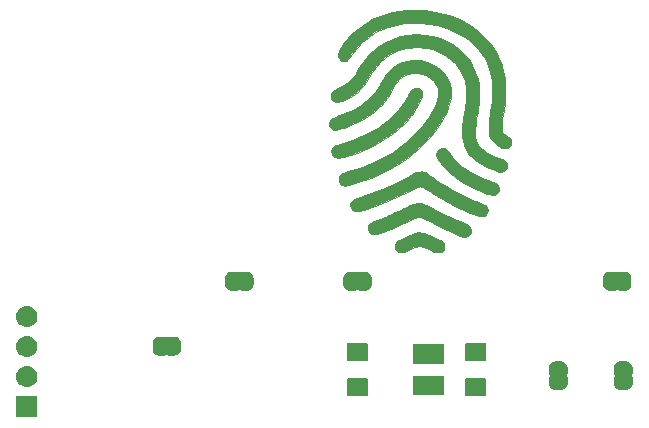
<source format=gbr>
G04 #@! TF.GenerationSoftware,KiCad,Pcbnew,5.1.4-e60b266~84~ubuntu19.04.1*
G04 #@! TF.CreationDate,2019-09-15T18:03:26+02:00*
G04 #@! TF.ProjectId,TouchSensorDev,546f7563-6853-4656-9e73-6f724465762e,rev?*
G04 #@! TF.SameCoordinates,Original*
G04 #@! TF.FileFunction,Soldermask,Top*
G04 #@! TF.FilePolarity,Negative*
%FSLAX46Y46*%
G04 Gerber Fmt 4.6, Leading zero omitted, Abs format (unit mm)*
G04 Created by KiCad (PCBNEW 5.1.4-e60b266~84~ubuntu19.04.1) date 2019-09-15 18:03:26*
%MOMM*%
%LPD*%
G04 APERTURE LIST*
%ADD10C,0.010000*%
%ADD11C,0.100000*%
G04 APERTURE END LIST*
D10*
G36*
X57241385Y-23060019D02*
G01*
X58039536Y-23176342D01*
X58838072Y-23366286D01*
X59231661Y-23487925D01*
X59947226Y-23763210D01*
X60621186Y-24096461D01*
X61247568Y-24482928D01*
X61820395Y-24917863D01*
X62333692Y-25396515D01*
X62781482Y-25914135D01*
X63157791Y-26465974D01*
X63301339Y-26722521D01*
X63514435Y-27184776D01*
X63703725Y-27705527D01*
X63860573Y-28259972D01*
X63907278Y-28462333D01*
X63938710Y-28615831D01*
X63962561Y-28758658D01*
X63979847Y-28906200D01*
X63991585Y-29073846D01*
X63998790Y-29276982D01*
X64002477Y-29530997D01*
X64003664Y-29851278D01*
X64003690Y-29922833D01*
X64003165Y-30249536D01*
X64000475Y-30511888D01*
X63993957Y-30730206D01*
X63981945Y-30924805D01*
X63962777Y-31115999D01*
X63934790Y-31324105D01*
X63896318Y-31569437D01*
X63845699Y-31872310D01*
X63842480Y-31891333D01*
X63777105Y-32292966D01*
X63731243Y-32621343D01*
X63706150Y-32885882D01*
X63703083Y-33096005D01*
X63723298Y-33261128D01*
X63768054Y-33390672D01*
X63838607Y-33494056D01*
X63936213Y-33580699D01*
X64062130Y-33660020D01*
X64079816Y-33669831D01*
X64265932Y-33783081D01*
X64387771Y-33888399D01*
X64462006Y-34002665D01*
X64491904Y-34087095D01*
X64513091Y-34299543D01*
X64460916Y-34486674D01*
X64344501Y-34634956D01*
X64172967Y-34730860D01*
X64039298Y-34758426D01*
X63918218Y-34761738D01*
X63805425Y-34741799D01*
X63671989Y-34690963D01*
X63535656Y-34625288D01*
X63216135Y-34420824D01*
X62949138Y-34160060D01*
X62747192Y-33855628D01*
X62722622Y-33805565D01*
X62676322Y-33700983D01*
X62644691Y-33606821D01*
X62624997Y-33503330D01*
X62614511Y-33370760D01*
X62610502Y-33189361D01*
X62610129Y-32992000D01*
X62613735Y-32750532D01*
X62625346Y-32528976D01*
X62647462Y-32303963D01*
X62682579Y-32052124D01*
X62733197Y-31750089D01*
X62757220Y-31616167D01*
X62808309Y-31328960D01*
X62845953Y-31095732D01*
X62872208Y-30893132D01*
X62889130Y-30697810D01*
X62898773Y-30486414D01*
X62903195Y-30235594D01*
X62904425Y-29944000D01*
X62903672Y-29632026D01*
X62899657Y-29386801D01*
X62891046Y-29190430D01*
X62876508Y-29025018D01*
X62854710Y-28872669D01*
X62824320Y-28715489D01*
X62807109Y-28636725D01*
X62659689Y-28072345D01*
X62481442Y-27573809D01*
X62263624Y-27125223D01*
X61997491Y-26710696D01*
X61674300Y-26314335D01*
X61342128Y-25974034D01*
X60818284Y-25530333D01*
X60241034Y-25145011D01*
X59618943Y-24819124D01*
X58960577Y-24553727D01*
X58274502Y-24349879D01*
X57569284Y-24208633D01*
X56853491Y-24131048D01*
X56135686Y-24118177D01*
X55424438Y-24171079D01*
X54728312Y-24290809D01*
X54055873Y-24478422D01*
X53415689Y-24734975D01*
X53008067Y-24946538D01*
X52436205Y-25319632D01*
X51909248Y-25759767D01*
X51423381Y-26270520D01*
X50976040Y-26853667D01*
X50839131Y-27046934D01*
X50735011Y-27180884D01*
X50651841Y-27268152D01*
X50577783Y-27321370D01*
X50510988Y-27349990D01*
X50321228Y-27372499D01*
X50142016Y-27323952D01*
X49991156Y-27217119D01*
X49886454Y-27064769D01*
X49845715Y-26879670D01*
X49845667Y-26872876D01*
X49870191Y-26744544D01*
X49937849Y-26566168D01*
X50039764Y-26354516D01*
X50167062Y-26126355D01*
X50310869Y-25898451D01*
X50462308Y-25687572D01*
X50495046Y-25646028D01*
X50985847Y-25101118D01*
X51532215Y-24616197D01*
X52128632Y-24192628D01*
X52769579Y-23831775D01*
X53449539Y-23535001D01*
X54162993Y-23303668D01*
X54904423Y-23139141D01*
X55668310Y-23042781D01*
X56449137Y-23015953D01*
X57241385Y-23060019D01*
X57241385Y-23060019D01*
G37*
X57241385Y-23060019D02*
X58039536Y-23176342D01*
X58838072Y-23366286D01*
X59231661Y-23487925D01*
X59947226Y-23763210D01*
X60621186Y-24096461D01*
X61247568Y-24482928D01*
X61820395Y-24917863D01*
X62333692Y-25396515D01*
X62781482Y-25914135D01*
X63157791Y-26465974D01*
X63301339Y-26722521D01*
X63514435Y-27184776D01*
X63703725Y-27705527D01*
X63860573Y-28259972D01*
X63907278Y-28462333D01*
X63938710Y-28615831D01*
X63962561Y-28758658D01*
X63979847Y-28906200D01*
X63991585Y-29073846D01*
X63998790Y-29276982D01*
X64002477Y-29530997D01*
X64003664Y-29851278D01*
X64003690Y-29922833D01*
X64003165Y-30249536D01*
X64000475Y-30511888D01*
X63993957Y-30730206D01*
X63981945Y-30924805D01*
X63962777Y-31115999D01*
X63934790Y-31324105D01*
X63896318Y-31569437D01*
X63845699Y-31872310D01*
X63842480Y-31891333D01*
X63777105Y-32292966D01*
X63731243Y-32621343D01*
X63706150Y-32885882D01*
X63703083Y-33096005D01*
X63723298Y-33261128D01*
X63768054Y-33390672D01*
X63838607Y-33494056D01*
X63936213Y-33580699D01*
X64062130Y-33660020D01*
X64079816Y-33669831D01*
X64265932Y-33783081D01*
X64387771Y-33888399D01*
X64462006Y-34002665D01*
X64491904Y-34087095D01*
X64513091Y-34299543D01*
X64460916Y-34486674D01*
X64344501Y-34634956D01*
X64172967Y-34730860D01*
X64039298Y-34758426D01*
X63918218Y-34761738D01*
X63805425Y-34741799D01*
X63671989Y-34690963D01*
X63535656Y-34625288D01*
X63216135Y-34420824D01*
X62949138Y-34160060D01*
X62747192Y-33855628D01*
X62722622Y-33805565D01*
X62676322Y-33700983D01*
X62644691Y-33606821D01*
X62624997Y-33503330D01*
X62614511Y-33370760D01*
X62610502Y-33189361D01*
X62610129Y-32992000D01*
X62613735Y-32750532D01*
X62625346Y-32528976D01*
X62647462Y-32303963D01*
X62682579Y-32052124D01*
X62733197Y-31750089D01*
X62757220Y-31616167D01*
X62808309Y-31328960D01*
X62845953Y-31095732D01*
X62872208Y-30893132D01*
X62889130Y-30697810D01*
X62898773Y-30486414D01*
X62903195Y-30235594D01*
X62904425Y-29944000D01*
X62903672Y-29632026D01*
X62899657Y-29386801D01*
X62891046Y-29190430D01*
X62876508Y-29025018D01*
X62854710Y-28872669D01*
X62824320Y-28715489D01*
X62807109Y-28636725D01*
X62659689Y-28072345D01*
X62481442Y-27573809D01*
X62263624Y-27125223D01*
X61997491Y-26710696D01*
X61674300Y-26314335D01*
X61342128Y-25974034D01*
X60818284Y-25530333D01*
X60241034Y-25145011D01*
X59618943Y-24819124D01*
X58960577Y-24553727D01*
X58274502Y-24349879D01*
X57569284Y-24208633D01*
X56853491Y-24131048D01*
X56135686Y-24118177D01*
X55424438Y-24171079D01*
X54728312Y-24290809D01*
X54055873Y-24478422D01*
X53415689Y-24734975D01*
X53008067Y-24946538D01*
X52436205Y-25319632D01*
X51909248Y-25759767D01*
X51423381Y-26270520D01*
X50976040Y-26853667D01*
X50839131Y-27046934D01*
X50735011Y-27180884D01*
X50651841Y-27268152D01*
X50577783Y-27321370D01*
X50510988Y-27349990D01*
X50321228Y-27372499D01*
X50142016Y-27323952D01*
X49991156Y-27217119D01*
X49886454Y-27064769D01*
X49845715Y-26879670D01*
X49845667Y-26872876D01*
X49870191Y-26744544D01*
X49937849Y-26566168D01*
X50039764Y-26354516D01*
X50167062Y-26126355D01*
X50310869Y-25898451D01*
X50462308Y-25687572D01*
X50495046Y-25646028D01*
X50985847Y-25101118D01*
X51532215Y-24616197D01*
X52128632Y-24192628D01*
X52769579Y-23831775D01*
X53449539Y-23535001D01*
X54162993Y-23303668D01*
X54904423Y-23139141D01*
X55668310Y-23042781D01*
X56449137Y-23015953D01*
X57241385Y-23060019D01*
G36*
X56675729Y-29672041D02*
G01*
X56842589Y-29779579D01*
X56954342Y-29941460D01*
X56999574Y-30146178D01*
X57000000Y-30169463D01*
X56974778Y-30316764D01*
X56903453Y-30518144D01*
X56792537Y-30761352D01*
X56648543Y-31034134D01*
X56477981Y-31324236D01*
X56287366Y-31619407D01*
X56083207Y-31907391D01*
X56059649Y-31938840D01*
X55590173Y-32496760D01*
X55046014Y-33026572D01*
X54433683Y-33524171D01*
X53759691Y-33985452D01*
X53030546Y-34406313D01*
X52252759Y-34782648D01*
X51432841Y-35110353D01*
X50605614Y-35377255D01*
X50322120Y-35456770D01*
X50106024Y-35512269D01*
X49944028Y-35545356D01*
X49822832Y-35557637D01*
X49729138Y-35550715D01*
X49649646Y-35526197D01*
X49594937Y-35499206D01*
X49435046Y-35368621D01*
X49335748Y-35197107D01*
X49302795Y-35004807D01*
X49341939Y-34811865D01*
X49378286Y-34740305D01*
X49452339Y-34642811D01*
X49551062Y-34565033D01*
X49690940Y-34498325D01*
X49888458Y-34434044D01*
X50039575Y-34393534D01*
X50560830Y-34242421D01*
X51115632Y-34049216D01*
X51672286Y-33825793D01*
X52195167Y-33585960D01*
X52736922Y-33305183D01*
X53213256Y-33025535D01*
X53642236Y-32734093D01*
X54041933Y-32417934D01*
X54430417Y-32064137D01*
X54694280Y-31798711D01*
X55009974Y-31451729D01*
X55279881Y-31110958D01*
X55524102Y-30748488D01*
X55762738Y-30336409D01*
X55807864Y-30252535D01*
X55943688Y-30010398D01*
X56059911Y-29837314D01*
X56167142Y-29723243D01*
X56275986Y-29658145D01*
X56397053Y-29631979D01*
X56465178Y-29630351D01*
X56675729Y-29672041D01*
X56675729Y-29672041D01*
G37*
X56675729Y-29672041D02*
X56842589Y-29779579D01*
X56954342Y-29941460D01*
X56999574Y-30146178D01*
X57000000Y-30169463D01*
X56974778Y-30316764D01*
X56903453Y-30518144D01*
X56792537Y-30761352D01*
X56648543Y-31034134D01*
X56477981Y-31324236D01*
X56287366Y-31619407D01*
X56083207Y-31907391D01*
X56059649Y-31938840D01*
X55590173Y-32496760D01*
X55046014Y-33026572D01*
X54433683Y-33524171D01*
X53759691Y-33985452D01*
X53030546Y-34406313D01*
X52252759Y-34782648D01*
X51432841Y-35110353D01*
X50605614Y-35377255D01*
X50322120Y-35456770D01*
X50106024Y-35512269D01*
X49944028Y-35545356D01*
X49822832Y-35557637D01*
X49729138Y-35550715D01*
X49649646Y-35526197D01*
X49594937Y-35499206D01*
X49435046Y-35368621D01*
X49335748Y-35197107D01*
X49302795Y-35004807D01*
X49341939Y-34811865D01*
X49378286Y-34740305D01*
X49452339Y-34642811D01*
X49551062Y-34565033D01*
X49690940Y-34498325D01*
X49888458Y-34434044D01*
X50039575Y-34393534D01*
X50560830Y-34242421D01*
X51115632Y-34049216D01*
X51672286Y-33825793D01*
X52195167Y-33585960D01*
X52736922Y-33305183D01*
X53213256Y-33025535D01*
X53642236Y-32734093D01*
X54041933Y-32417934D01*
X54430417Y-32064137D01*
X54694280Y-31798711D01*
X55009974Y-31451729D01*
X55279881Y-31110958D01*
X55524102Y-30748488D01*
X55762738Y-30336409D01*
X55807864Y-30252535D01*
X55943688Y-30010398D01*
X56059911Y-29837314D01*
X56167142Y-29723243D01*
X56275986Y-29658145D01*
X56397053Y-29631979D01*
X56465178Y-29630351D01*
X56675729Y-29672041D01*
G36*
X57233112Y-25143197D02*
G01*
X57889952Y-25258408D01*
X58519259Y-25447160D01*
X59114271Y-25706633D01*
X59668227Y-26034006D01*
X60174365Y-26426459D01*
X60511921Y-26754730D01*
X60911808Y-27234859D01*
X61237160Y-27742512D01*
X61495057Y-28290478D01*
X61690158Y-28882544D01*
X61728820Y-29032323D01*
X61757229Y-29165335D01*
X61776967Y-29299177D01*
X61789616Y-29451448D01*
X61796756Y-29639748D01*
X61799969Y-29881674D01*
X61800760Y-30113333D01*
X61800254Y-30390638D01*
X61796636Y-30617850D01*
X61787999Y-30815440D01*
X61772436Y-31003882D01*
X61748038Y-31203648D01*
X61712900Y-31435210D01*
X61665114Y-31719042D01*
X61635115Y-31891333D01*
X61575521Y-32241348D01*
X61531334Y-32527045D01*
X61500483Y-32766951D01*
X61480900Y-32979592D01*
X61470515Y-33183494D01*
X61467266Y-33394167D01*
X61468010Y-33624850D01*
X61473325Y-33791531D01*
X61486223Y-33914859D01*
X61509714Y-34015484D01*
X61546808Y-34114055D01*
X61584269Y-34196714D01*
X61714249Y-34443896D01*
X61855022Y-34638170D01*
X62031549Y-34810100D01*
X62180315Y-34926585D01*
X62492799Y-35132647D01*
X62844229Y-35315850D01*
X63253510Y-35485575D01*
X63446512Y-35554857D01*
X63704802Y-35651946D01*
X63891204Y-35743881D01*
X64017154Y-35840524D01*
X64094087Y-35951743D01*
X64133440Y-36087402D01*
X64141547Y-36154437D01*
X64124611Y-36370021D01*
X64038147Y-36546985D01*
X63888432Y-36674098D01*
X63837266Y-36698714D01*
X63747995Y-36732667D01*
X63668418Y-36749195D01*
X63580115Y-36745971D01*
X63464663Y-36720667D01*
X63303642Y-36670959D01*
X63117167Y-36607775D01*
X62621948Y-36416341D01*
X62159597Y-36195720D01*
X61741545Y-35952905D01*
X61379223Y-35694894D01*
X61084062Y-35428682D01*
X60959172Y-35287161D01*
X60760217Y-35011208D01*
X60601792Y-34725126D01*
X60482881Y-34420369D01*
X60402472Y-34088389D01*
X60359548Y-33720641D01*
X60353097Y-33308578D01*
X60382102Y-32843654D01*
X60445550Y-32317323D01*
X60538486Y-31743167D01*
X60593673Y-31425624D01*
X60634433Y-31169336D01*
X60662907Y-30952528D01*
X60681241Y-30753427D01*
X60691578Y-30550257D01*
X60696061Y-30321244D01*
X60696864Y-30134500D01*
X60696028Y-29862027D01*
X60691757Y-29655023D01*
X60682070Y-29494303D01*
X60664982Y-29360683D01*
X60638514Y-29234976D01*
X60600681Y-29097997D01*
X60584069Y-29042794D01*
X60376899Y-28500708D01*
X60102042Y-28007854D01*
X59762514Y-27566886D01*
X59361331Y-27180458D01*
X58901509Y-26851224D01*
X58386064Y-26581839D01*
X57818013Y-26374956D01*
X57444500Y-26280053D01*
X57125612Y-26231384D01*
X56756014Y-26207318D01*
X56365930Y-26207598D01*
X55985584Y-26231964D01*
X55645200Y-26280156D01*
X55568888Y-26296124D01*
X54969789Y-26472359D01*
X54413203Y-26718833D01*
X53903652Y-27032351D01*
X53445661Y-27409714D01*
X53043751Y-27847727D01*
X52724333Y-28306602D01*
X52447654Y-28754023D01*
X52197779Y-29133273D01*
X51966089Y-29453078D01*
X51743961Y-29722164D01*
X51522776Y-29949260D01*
X51293914Y-30143091D01*
X51048752Y-30312386D01*
X50778671Y-30465871D01*
X50475051Y-30612273D01*
X50424436Y-30634891D01*
X50119372Y-30755104D01*
X49869993Y-30819196D01*
X49669215Y-30827868D01*
X49509954Y-30781819D01*
X49436383Y-30732493D01*
X49291173Y-30564698D01*
X49224576Y-30375369D01*
X49229259Y-30218000D01*
X49290553Y-30053548D01*
X49413006Y-29912140D01*
X49604900Y-29786404D01*
X49824500Y-29688014D01*
X50020260Y-29605029D01*
X50221084Y-29509301D01*
X50386663Y-29420156D01*
X50400743Y-29411734D01*
X50629519Y-29243607D01*
X50872753Y-29013059D01*
X51115190Y-28736949D01*
X51341577Y-28432138D01*
X51472755Y-28226842D01*
X51754917Y-27769765D01*
X52016713Y-27380807D01*
X52267737Y-27048896D01*
X52517582Y-26762962D01*
X52775840Y-26511935D01*
X53052104Y-26284743D01*
X53321669Y-26093101D01*
X53911547Y-25739504D01*
X54506230Y-25467169D01*
X55116226Y-25272882D01*
X55752043Y-25153431D01*
X56424189Y-25105604D01*
X56555500Y-25104349D01*
X57233112Y-25143197D01*
X57233112Y-25143197D01*
G37*
X57233112Y-25143197D02*
X57889952Y-25258408D01*
X58519259Y-25447160D01*
X59114271Y-25706633D01*
X59668227Y-26034006D01*
X60174365Y-26426459D01*
X60511921Y-26754730D01*
X60911808Y-27234859D01*
X61237160Y-27742512D01*
X61495057Y-28290478D01*
X61690158Y-28882544D01*
X61728820Y-29032323D01*
X61757229Y-29165335D01*
X61776967Y-29299177D01*
X61789616Y-29451448D01*
X61796756Y-29639748D01*
X61799969Y-29881674D01*
X61800760Y-30113333D01*
X61800254Y-30390638D01*
X61796636Y-30617850D01*
X61787999Y-30815440D01*
X61772436Y-31003882D01*
X61748038Y-31203648D01*
X61712900Y-31435210D01*
X61665114Y-31719042D01*
X61635115Y-31891333D01*
X61575521Y-32241348D01*
X61531334Y-32527045D01*
X61500483Y-32766951D01*
X61480900Y-32979592D01*
X61470515Y-33183494D01*
X61467266Y-33394167D01*
X61468010Y-33624850D01*
X61473325Y-33791531D01*
X61486223Y-33914859D01*
X61509714Y-34015484D01*
X61546808Y-34114055D01*
X61584269Y-34196714D01*
X61714249Y-34443896D01*
X61855022Y-34638170D01*
X62031549Y-34810100D01*
X62180315Y-34926585D01*
X62492799Y-35132647D01*
X62844229Y-35315850D01*
X63253510Y-35485575D01*
X63446512Y-35554857D01*
X63704802Y-35651946D01*
X63891204Y-35743881D01*
X64017154Y-35840524D01*
X64094087Y-35951743D01*
X64133440Y-36087402D01*
X64141547Y-36154437D01*
X64124611Y-36370021D01*
X64038147Y-36546985D01*
X63888432Y-36674098D01*
X63837266Y-36698714D01*
X63747995Y-36732667D01*
X63668418Y-36749195D01*
X63580115Y-36745971D01*
X63464663Y-36720667D01*
X63303642Y-36670959D01*
X63117167Y-36607775D01*
X62621948Y-36416341D01*
X62159597Y-36195720D01*
X61741545Y-35952905D01*
X61379223Y-35694894D01*
X61084062Y-35428682D01*
X60959172Y-35287161D01*
X60760217Y-35011208D01*
X60601792Y-34725126D01*
X60482881Y-34420369D01*
X60402472Y-34088389D01*
X60359548Y-33720641D01*
X60353097Y-33308578D01*
X60382102Y-32843654D01*
X60445550Y-32317323D01*
X60538486Y-31743167D01*
X60593673Y-31425624D01*
X60634433Y-31169336D01*
X60662907Y-30952528D01*
X60681241Y-30753427D01*
X60691578Y-30550257D01*
X60696061Y-30321244D01*
X60696864Y-30134500D01*
X60696028Y-29862027D01*
X60691757Y-29655023D01*
X60682070Y-29494303D01*
X60664982Y-29360683D01*
X60638514Y-29234976D01*
X60600681Y-29097997D01*
X60584069Y-29042794D01*
X60376899Y-28500708D01*
X60102042Y-28007854D01*
X59762514Y-27566886D01*
X59361331Y-27180458D01*
X58901509Y-26851224D01*
X58386064Y-26581839D01*
X57818013Y-26374956D01*
X57444500Y-26280053D01*
X57125612Y-26231384D01*
X56756014Y-26207318D01*
X56365930Y-26207598D01*
X55985584Y-26231964D01*
X55645200Y-26280156D01*
X55568888Y-26296124D01*
X54969789Y-26472359D01*
X54413203Y-26718833D01*
X53903652Y-27032351D01*
X53445661Y-27409714D01*
X53043751Y-27847727D01*
X52724333Y-28306602D01*
X52447654Y-28754023D01*
X52197779Y-29133273D01*
X51966089Y-29453078D01*
X51743961Y-29722164D01*
X51522776Y-29949260D01*
X51293914Y-30143091D01*
X51048752Y-30312386D01*
X50778671Y-30465871D01*
X50475051Y-30612273D01*
X50424436Y-30634891D01*
X50119372Y-30755104D01*
X49869993Y-30819196D01*
X49669215Y-30827868D01*
X49509954Y-30781819D01*
X49436383Y-30732493D01*
X49291173Y-30564698D01*
X49224576Y-30375369D01*
X49229259Y-30218000D01*
X49290553Y-30053548D01*
X49413006Y-29912140D01*
X49604900Y-29786404D01*
X49824500Y-29688014D01*
X50020260Y-29605029D01*
X50221084Y-29509301D01*
X50386663Y-29420156D01*
X50400743Y-29411734D01*
X50629519Y-29243607D01*
X50872753Y-29013059D01*
X51115190Y-28736949D01*
X51341577Y-28432138D01*
X51472755Y-28226842D01*
X51754917Y-27769765D01*
X52016713Y-27380807D01*
X52267737Y-27048896D01*
X52517582Y-26762962D01*
X52775840Y-26511935D01*
X53052104Y-26284743D01*
X53321669Y-26093101D01*
X53911547Y-25739504D01*
X54506230Y-25467169D01*
X55116226Y-25272882D01*
X55752043Y-25153431D01*
X56424189Y-25105604D01*
X56555500Y-25104349D01*
X57233112Y-25143197D01*
G36*
X56911614Y-27305074D02*
G01*
X57395303Y-27413514D01*
X57841813Y-27596498D01*
X58255725Y-27855870D01*
X58613310Y-28165162D01*
X58795946Y-28353206D01*
X58931591Y-28513743D01*
X59039326Y-28672209D01*
X59138232Y-28854037D01*
X59153862Y-28885667D01*
X59329060Y-29317297D01*
X59425032Y-29738583D01*
X59444296Y-30161232D01*
X59441030Y-30220960D01*
X59413923Y-30492307D01*
X59366707Y-30746343D01*
X59293293Y-31002901D01*
X59187589Y-31281816D01*
X59043506Y-31602922D01*
X58969712Y-31755892D01*
X58540322Y-32540591D01*
X58042515Y-33280526D01*
X57474188Y-33978191D01*
X56833239Y-34636082D01*
X56117567Y-35256693D01*
X55835833Y-35475541D01*
X55125927Y-35969058D01*
X54349218Y-36431124D01*
X53519903Y-36854938D01*
X52652179Y-37233699D01*
X51760243Y-37560605D01*
X51007356Y-37788878D01*
X50790535Y-37847893D01*
X50638149Y-37887151D01*
X50533020Y-37909412D01*
X50457964Y-37917435D01*
X50395802Y-37913979D01*
X50329352Y-37901804D01*
X50318501Y-37899512D01*
X50134100Y-37821066D01*
X49996642Y-37684708D01*
X49916692Y-37508979D01*
X49904817Y-37312419D01*
X49927368Y-37213151D01*
X49974298Y-37102473D01*
X50041895Y-37012750D01*
X50142887Y-36936229D01*
X50290000Y-36865155D01*
X50495960Y-36791774D01*
X50740132Y-36717935D01*
X51748173Y-36392289D01*
X52697268Y-36015618D01*
X53585628Y-35589281D01*
X54411464Y-35114639D01*
X55172988Y-34593050D01*
X55868412Y-34025876D01*
X56495947Y-33414476D01*
X57053804Y-32760209D01*
X57540196Y-32064437D01*
X57953333Y-31328518D01*
X58026746Y-31177201D01*
X58202823Y-30746476D01*
X58304733Y-30353198D01*
X58332337Y-29993715D01*
X58285493Y-29664380D01*
X58164059Y-29361542D01*
X57967896Y-29081553D01*
X57944733Y-29055303D01*
X57639562Y-28775551D01*
X57295540Y-28565377D01*
X56923432Y-28426929D01*
X56534002Y-28362353D01*
X56138016Y-28373796D01*
X55746239Y-28463405D01*
X55494601Y-28566701D01*
X55239872Y-28715326D01*
X55016438Y-28901115D01*
X54813198Y-29136479D01*
X54619052Y-29433828D01*
X54467980Y-29714405D01*
X54235085Y-30146156D01*
X53999157Y-30516154D01*
X53744763Y-30846397D01*
X53456471Y-31158888D01*
X53450575Y-31164786D01*
X52949366Y-31612756D01*
X52378670Y-32027625D01*
X51749312Y-32403094D01*
X51072115Y-32732865D01*
X50357904Y-33010639D01*
X50173244Y-33071729D01*
X49910995Y-33149503D01*
X49710314Y-33192246D01*
X49555586Y-33199734D01*
X49431200Y-33171746D01*
X49321541Y-33108058D01*
X49262961Y-33058753D01*
X49171502Y-32967591D01*
X49124347Y-32887713D01*
X49107001Y-32783900D01*
X49104833Y-32674500D01*
X49109844Y-32531041D01*
X49134056Y-32437422D01*
X49191238Y-32358989D01*
X49254389Y-32298103D01*
X49412934Y-32189201D01*
X49644006Y-32089026D01*
X49770328Y-32046813D01*
X50476317Y-31794751D01*
X51124078Y-31497952D01*
X51710209Y-31158980D01*
X52231310Y-30780396D01*
X52683979Y-30364760D01*
X53064817Y-29914636D01*
X53370423Y-29432585D01*
X53450602Y-29274454D01*
X53714491Y-28786554D01*
X54005075Y-28374842D01*
X54327395Y-28033653D01*
X54686492Y-27757325D01*
X54924245Y-27618980D01*
X55311626Y-27444986D01*
X55694562Y-27333831D01*
X56102077Y-27278574D01*
X56386167Y-27269337D01*
X56911614Y-27305074D01*
X56911614Y-27305074D01*
G37*
X56911614Y-27305074D02*
X57395303Y-27413514D01*
X57841813Y-27596498D01*
X58255725Y-27855870D01*
X58613310Y-28165162D01*
X58795946Y-28353206D01*
X58931591Y-28513743D01*
X59039326Y-28672209D01*
X59138232Y-28854037D01*
X59153862Y-28885667D01*
X59329060Y-29317297D01*
X59425032Y-29738583D01*
X59444296Y-30161232D01*
X59441030Y-30220960D01*
X59413923Y-30492307D01*
X59366707Y-30746343D01*
X59293293Y-31002901D01*
X59187589Y-31281816D01*
X59043506Y-31602922D01*
X58969712Y-31755892D01*
X58540322Y-32540591D01*
X58042515Y-33280526D01*
X57474188Y-33978191D01*
X56833239Y-34636082D01*
X56117567Y-35256693D01*
X55835833Y-35475541D01*
X55125927Y-35969058D01*
X54349218Y-36431124D01*
X53519903Y-36854938D01*
X52652179Y-37233699D01*
X51760243Y-37560605D01*
X51007356Y-37788878D01*
X50790535Y-37847893D01*
X50638149Y-37887151D01*
X50533020Y-37909412D01*
X50457964Y-37917435D01*
X50395802Y-37913979D01*
X50329352Y-37901804D01*
X50318501Y-37899512D01*
X50134100Y-37821066D01*
X49996642Y-37684708D01*
X49916692Y-37508979D01*
X49904817Y-37312419D01*
X49927368Y-37213151D01*
X49974298Y-37102473D01*
X50041895Y-37012750D01*
X50142887Y-36936229D01*
X50290000Y-36865155D01*
X50495960Y-36791774D01*
X50740132Y-36717935D01*
X51748173Y-36392289D01*
X52697268Y-36015618D01*
X53585628Y-35589281D01*
X54411464Y-35114639D01*
X55172988Y-34593050D01*
X55868412Y-34025876D01*
X56495947Y-33414476D01*
X57053804Y-32760209D01*
X57540196Y-32064437D01*
X57953333Y-31328518D01*
X58026746Y-31177201D01*
X58202823Y-30746476D01*
X58304733Y-30353198D01*
X58332337Y-29993715D01*
X58285493Y-29664380D01*
X58164059Y-29361542D01*
X57967896Y-29081553D01*
X57944733Y-29055303D01*
X57639562Y-28775551D01*
X57295540Y-28565377D01*
X56923432Y-28426929D01*
X56534002Y-28362353D01*
X56138016Y-28373796D01*
X55746239Y-28463405D01*
X55494601Y-28566701D01*
X55239872Y-28715326D01*
X55016438Y-28901115D01*
X54813198Y-29136479D01*
X54619052Y-29433828D01*
X54467980Y-29714405D01*
X54235085Y-30146156D01*
X53999157Y-30516154D01*
X53744763Y-30846397D01*
X53456471Y-31158888D01*
X53450575Y-31164786D01*
X52949366Y-31612756D01*
X52378670Y-32027625D01*
X51749312Y-32403094D01*
X51072115Y-32732865D01*
X50357904Y-33010639D01*
X50173244Y-33071729D01*
X49910995Y-33149503D01*
X49710314Y-33192246D01*
X49555586Y-33199734D01*
X49431200Y-33171746D01*
X49321541Y-33108058D01*
X49262961Y-33058753D01*
X49171502Y-32967591D01*
X49124347Y-32887713D01*
X49107001Y-32783900D01*
X49104833Y-32674500D01*
X49109844Y-32531041D01*
X49134056Y-32437422D01*
X49191238Y-32358989D01*
X49254389Y-32298103D01*
X49412934Y-32189201D01*
X49644006Y-32089026D01*
X49770328Y-32046813D01*
X50476317Y-31794751D01*
X51124078Y-31497952D01*
X51710209Y-31158980D01*
X52231310Y-30780396D01*
X52683979Y-30364760D01*
X53064817Y-29914636D01*
X53370423Y-29432585D01*
X53450602Y-29274454D01*
X53714491Y-28786554D01*
X54005075Y-28374842D01*
X54327395Y-28033653D01*
X54686492Y-27757325D01*
X54924245Y-27618980D01*
X55311626Y-27444986D01*
X55694562Y-27333831D01*
X56102077Y-27278574D01*
X56386167Y-27269337D01*
X56911614Y-27305074D01*
G36*
X58864310Y-34746068D02*
G01*
X58991701Y-34806792D01*
X59118270Y-34920443D01*
X59257132Y-35097350D01*
X59331661Y-35207243D01*
X59597363Y-35568048D01*
X59907227Y-35904971D01*
X60266930Y-36221712D01*
X60682151Y-36521969D01*
X61158567Y-36809444D01*
X61701856Y-37087836D01*
X62317696Y-37360845D01*
X63011765Y-37632171D01*
X63106128Y-37666817D01*
X63305948Y-37774538D01*
X63440208Y-37921722D01*
X63503515Y-38096929D01*
X63490477Y-38288719D01*
X63449616Y-38395510D01*
X63346181Y-38559748D01*
X63222057Y-38664759D01*
X63066336Y-38712908D01*
X62868110Y-38706558D01*
X62616470Y-38648072D01*
X62482167Y-38605125D01*
X61717376Y-38315965D01*
X61006622Y-37987385D01*
X60355218Y-37622727D01*
X59768483Y-37225330D01*
X59251730Y-36798533D01*
X58810277Y-36345676D01*
X58725758Y-36245286D01*
X58496674Y-35951476D01*
X58330368Y-35704930D01*
X58223601Y-35499906D01*
X58173132Y-35330659D01*
X58168018Y-35256661D01*
X58209986Y-35047573D01*
X58318660Y-34883121D01*
X58483445Y-34773399D01*
X58693748Y-34728497D01*
X58722981Y-34727945D01*
X58864310Y-34746068D01*
X58864310Y-34746068D01*
G37*
X58864310Y-34746068D02*
X58991701Y-34806792D01*
X59118270Y-34920443D01*
X59257132Y-35097350D01*
X59331661Y-35207243D01*
X59597363Y-35568048D01*
X59907227Y-35904971D01*
X60266930Y-36221712D01*
X60682151Y-36521969D01*
X61158567Y-36809444D01*
X61701856Y-37087836D01*
X62317696Y-37360845D01*
X63011765Y-37632171D01*
X63106128Y-37666817D01*
X63305948Y-37774538D01*
X63440208Y-37921722D01*
X63503515Y-38096929D01*
X63490477Y-38288719D01*
X63449616Y-38395510D01*
X63346181Y-38559748D01*
X63222057Y-38664759D01*
X63066336Y-38712908D01*
X62868110Y-38706558D01*
X62616470Y-38648072D01*
X62482167Y-38605125D01*
X61717376Y-38315965D01*
X61006622Y-37987385D01*
X60355218Y-37622727D01*
X59768483Y-37225330D01*
X59251730Y-36798533D01*
X58810277Y-36345676D01*
X58725758Y-36245286D01*
X58496674Y-35951476D01*
X58330368Y-35704930D01*
X58223601Y-35499906D01*
X58173132Y-35330659D01*
X58168018Y-35256661D01*
X58209986Y-35047573D01*
X58318660Y-34883121D01*
X58483445Y-34773399D01*
X58693748Y-34728497D01*
X58722981Y-34727945D01*
X58864310Y-34746068D01*
G36*
X57026001Y-36724022D02*
G01*
X57147707Y-36748494D01*
X57275433Y-36797358D01*
X57422077Y-36877222D01*
X57600535Y-36994695D01*
X57823705Y-37156385D01*
X57972110Y-37268021D01*
X58192299Y-37431591D01*
X58432759Y-37604618D01*
X58664704Y-37766686D01*
X58859347Y-37897384D01*
X58862667Y-37899540D01*
X59124774Y-38059266D01*
X59449535Y-38240502D01*
X59820329Y-38435027D01*
X60220533Y-38634623D01*
X60633525Y-38831070D01*
X61042685Y-39016150D01*
X61431389Y-39181642D01*
X61562590Y-39234633D01*
X61811049Y-39336650D01*
X62033027Y-39434074D01*
X62214649Y-39520371D01*
X62342040Y-39589002D01*
X62395987Y-39627200D01*
X62504729Y-39790517D01*
X62542339Y-39977431D01*
X62509978Y-40167463D01*
X62408806Y-40340138D01*
X62352382Y-40397099D01*
X62262829Y-40465617D01*
X62169780Y-40509622D01*
X62062483Y-40527509D01*
X61930187Y-40517674D01*
X61762142Y-40478514D01*
X61547598Y-40408422D01*
X61275802Y-40305796D01*
X61000500Y-40195357D01*
X60266953Y-39882880D01*
X59597921Y-39567601D01*
X58973600Y-39239061D01*
X58374185Y-38886799D01*
X57779870Y-38500356D01*
X57740833Y-38473729D01*
X57494497Y-38306688D01*
X57304520Y-38182617D01*
X57158389Y-38095247D01*
X57043587Y-38038305D01*
X56947602Y-38005523D01*
X56857916Y-37990628D01*
X56770095Y-37987333D01*
X56669227Y-37995734D01*
X56557361Y-38025305D01*
X56417380Y-38082602D01*
X56232165Y-38174180D01*
X56101243Y-38243451D01*
X55321332Y-38646048D01*
X54568711Y-38999724D01*
X53813087Y-39317627D01*
X53024168Y-39612904D01*
X52643700Y-39744095D01*
X52275424Y-39866806D01*
X51977355Y-39961938D01*
X51739996Y-40030476D01*
X51553850Y-40073401D01*
X51409420Y-40091698D01*
X51297208Y-40086349D01*
X51207719Y-40058337D01*
X51131455Y-40008646D01*
X51058919Y-39938259D01*
X51034234Y-39910715D01*
X50950769Y-39798995D01*
X50912600Y-39688323D01*
X50904000Y-39547960D01*
X50911649Y-39421908D01*
X50940667Y-39317084D01*
X51000160Y-39227064D01*
X51099236Y-39145425D01*
X51247000Y-39065740D01*
X51452558Y-38981585D01*
X51725018Y-38886536D01*
X51941167Y-38816233D01*
X52921669Y-38478850D01*
X53843144Y-38111221D01*
X54728795Y-37703262D01*
X55601826Y-37244888D01*
X55755272Y-37158606D01*
X56046959Y-36997418D01*
X56282646Y-36878528D01*
X56476289Y-36796544D01*
X56641846Y-36746074D01*
X56793272Y-36721724D01*
X56897420Y-36717333D01*
X57026001Y-36724022D01*
X57026001Y-36724022D01*
G37*
X57026001Y-36724022D02*
X57147707Y-36748494D01*
X57275433Y-36797358D01*
X57422077Y-36877222D01*
X57600535Y-36994695D01*
X57823705Y-37156385D01*
X57972110Y-37268021D01*
X58192299Y-37431591D01*
X58432759Y-37604618D01*
X58664704Y-37766686D01*
X58859347Y-37897384D01*
X58862667Y-37899540D01*
X59124774Y-38059266D01*
X59449535Y-38240502D01*
X59820329Y-38435027D01*
X60220533Y-38634623D01*
X60633525Y-38831070D01*
X61042685Y-39016150D01*
X61431389Y-39181642D01*
X61562590Y-39234633D01*
X61811049Y-39336650D01*
X62033027Y-39434074D01*
X62214649Y-39520371D01*
X62342040Y-39589002D01*
X62395987Y-39627200D01*
X62504729Y-39790517D01*
X62542339Y-39977431D01*
X62509978Y-40167463D01*
X62408806Y-40340138D01*
X62352382Y-40397099D01*
X62262829Y-40465617D01*
X62169780Y-40509622D01*
X62062483Y-40527509D01*
X61930187Y-40517674D01*
X61762142Y-40478514D01*
X61547598Y-40408422D01*
X61275802Y-40305796D01*
X61000500Y-40195357D01*
X60266953Y-39882880D01*
X59597921Y-39567601D01*
X58973600Y-39239061D01*
X58374185Y-38886799D01*
X57779870Y-38500356D01*
X57740833Y-38473729D01*
X57494497Y-38306688D01*
X57304520Y-38182617D01*
X57158389Y-38095247D01*
X57043587Y-38038305D01*
X56947602Y-38005523D01*
X56857916Y-37990628D01*
X56770095Y-37987333D01*
X56669227Y-37995734D01*
X56557361Y-38025305D01*
X56417380Y-38082602D01*
X56232165Y-38174180D01*
X56101243Y-38243451D01*
X55321332Y-38646048D01*
X54568711Y-38999724D01*
X53813087Y-39317627D01*
X53024168Y-39612904D01*
X52643700Y-39744095D01*
X52275424Y-39866806D01*
X51977355Y-39961938D01*
X51739996Y-40030476D01*
X51553850Y-40073401D01*
X51409420Y-40091698D01*
X51297208Y-40086349D01*
X51207719Y-40058337D01*
X51131455Y-40008646D01*
X51058919Y-39938259D01*
X51034234Y-39910715D01*
X50950769Y-39798995D01*
X50912600Y-39688323D01*
X50904000Y-39547960D01*
X50911649Y-39421908D01*
X50940667Y-39317084D01*
X51000160Y-39227064D01*
X51099236Y-39145425D01*
X51247000Y-39065740D01*
X51452558Y-38981585D01*
X51725018Y-38886536D01*
X51941167Y-38816233D01*
X52921669Y-38478850D01*
X53843144Y-38111221D01*
X54728795Y-37703262D01*
X55601826Y-37244888D01*
X55755272Y-37158606D01*
X56046959Y-36997418D01*
X56282646Y-36878528D01*
X56476289Y-36796544D01*
X56641846Y-36746074D01*
X56793272Y-36721724D01*
X56897420Y-36717333D01*
X57026001Y-36724022D01*
G36*
X56835445Y-39373417D02*
G01*
X56965095Y-39404079D01*
X57091057Y-39447389D01*
X57275973Y-39525853D01*
X57505243Y-39632688D01*
X57764270Y-39761111D01*
X58016362Y-39892526D01*
X58602441Y-40199332D01*
X59141482Y-40468380D01*
X59655842Y-40710420D01*
X60167876Y-40936203D01*
X60323167Y-41001869D01*
X60563498Y-41104839D01*
X60738226Y-41186919D01*
X60861042Y-41256906D01*
X60945634Y-41323595D01*
X61005692Y-41395782D01*
X61047167Y-41467048D01*
X61099457Y-41653402D01*
X61079638Y-41846098D01*
X60995156Y-42022517D01*
X60853461Y-42160038D01*
X60810660Y-42185326D01*
X60679762Y-42239785D01*
X60552267Y-42253916D01*
X60403514Y-42226317D01*
X60208838Y-42155584D01*
X60196167Y-42150356D01*
X59639237Y-41911074D01*
X59050595Y-41641218D01*
X58416379Y-41334296D01*
X57917211Y-41083391D01*
X57621704Y-40933113D01*
X57390397Y-40817026D01*
X57212119Y-40730742D01*
X57075703Y-40669877D01*
X56969979Y-40630045D01*
X56883778Y-40606860D01*
X56805930Y-40595938D01*
X56725267Y-40592892D01*
X56668377Y-40593040D01*
X56536098Y-40597712D01*
X56423304Y-40614129D01*
X56307152Y-40649400D01*
X56164797Y-40710634D01*
X55973397Y-40804942D01*
X55951002Y-40816302D01*
X55657183Y-40961224D01*
X55335288Y-41112452D01*
X54995837Y-41265707D01*
X54649351Y-41416711D01*
X54306350Y-41561184D01*
X53977354Y-41694849D01*
X53672883Y-41813425D01*
X53403457Y-41912634D01*
X53179596Y-41988198D01*
X53011821Y-42035837D01*
X52914483Y-42051333D01*
X52732527Y-42012093D01*
X52573180Y-41906397D01*
X52453634Y-41752284D01*
X52391082Y-41567790D01*
X52385825Y-41496677D01*
X52410751Y-41326345D01*
X52491704Y-41184609D01*
X52637362Y-41062360D01*
X52856404Y-40950488D01*
X52937347Y-40917734D01*
X53137807Y-40840038D01*
X53378938Y-40746429D01*
X53622525Y-40651749D01*
X53740333Y-40605906D01*
X53905420Y-40537857D01*
X54129627Y-40439969D01*
X54396150Y-40319875D01*
X54688187Y-40185207D01*
X54988934Y-40043597D01*
X55179667Y-39952150D01*
X55463417Y-39817391D01*
X55736953Y-39691819D01*
X55986536Y-39581409D01*
X56198430Y-39492139D01*
X56358896Y-39429983D01*
X56439083Y-39404281D01*
X56595847Y-39368673D01*
X56713933Y-39358391D01*
X56835445Y-39373417D01*
X56835445Y-39373417D01*
G37*
X56835445Y-39373417D02*
X56965095Y-39404079D01*
X57091057Y-39447389D01*
X57275973Y-39525853D01*
X57505243Y-39632688D01*
X57764270Y-39761111D01*
X58016362Y-39892526D01*
X58602441Y-40199332D01*
X59141482Y-40468380D01*
X59655842Y-40710420D01*
X60167876Y-40936203D01*
X60323167Y-41001869D01*
X60563498Y-41104839D01*
X60738226Y-41186919D01*
X60861042Y-41256906D01*
X60945634Y-41323595D01*
X61005692Y-41395782D01*
X61047167Y-41467048D01*
X61099457Y-41653402D01*
X61079638Y-41846098D01*
X60995156Y-42022517D01*
X60853461Y-42160038D01*
X60810660Y-42185326D01*
X60679762Y-42239785D01*
X60552267Y-42253916D01*
X60403514Y-42226317D01*
X60208838Y-42155584D01*
X60196167Y-42150356D01*
X59639237Y-41911074D01*
X59050595Y-41641218D01*
X58416379Y-41334296D01*
X57917211Y-41083391D01*
X57621704Y-40933113D01*
X57390397Y-40817026D01*
X57212119Y-40730742D01*
X57075703Y-40669877D01*
X56969979Y-40630045D01*
X56883778Y-40606860D01*
X56805930Y-40595938D01*
X56725267Y-40592892D01*
X56668377Y-40593040D01*
X56536098Y-40597712D01*
X56423304Y-40614129D01*
X56307152Y-40649400D01*
X56164797Y-40710634D01*
X55973397Y-40804942D01*
X55951002Y-40816302D01*
X55657183Y-40961224D01*
X55335288Y-41112452D01*
X54995837Y-41265707D01*
X54649351Y-41416711D01*
X54306350Y-41561184D01*
X53977354Y-41694849D01*
X53672883Y-41813425D01*
X53403457Y-41912634D01*
X53179596Y-41988198D01*
X53011821Y-42035837D01*
X52914483Y-42051333D01*
X52732527Y-42012093D01*
X52573180Y-41906397D01*
X52453634Y-41752284D01*
X52391082Y-41567790D01*
X52385825Y-41496677D01*
X52410751Y-41326345D01*
X52491704Y-41184609D01*
X52637362Y-41062360D01*
X52856404Y-40950488D01*
X52937347Y-40917734D01*
X53137807Y-40840038D01*
X53378938Y-40746429D01*
X53622525Y-40651749D01*
X53740333Y-40605906D01*
X53905420Y-40537857D01*
X54129627Y-40439969D01*
X54396150Y-40319875D01*
X54688187Y-40185207D01*
X54988934Y-40043597D01*
X55179667Y-39952150D01*
X55463417Y-39817391D01*
X55736953Y-39691819D01*
X55986536Y-39581409D01*
X56198430Y-39492139D01*
X56358896Y-39429983D01*
X56439083Y-39404281D01*
X56595847Y-39368673D01*
X56713933Y-39358391D01*
X56835445Y-39373417D01*
G36*
X56790528Y-41874909D02*
G01*
X56890846Y-41885575D01*
X56999903Y-41909029D01*
X57130303Y-41949375D01*
X57294655Y-42010716D01*
X57505562Y-42097153D01*
X57775633Y-42212791D01*
X57910167Y-42271241D01*
X58216087Y-42408556D01*
X58450789Y-42525164D01*
X58623033Y-42628134D01*
X58741579Y-42724537D01*
X58815190Y-42821441D01*
X58852627Y-42925916D01*
X58862667Y-43039836D01*
X58824502Y-43243812D01*
X58711753Y-43408874D01*
X58564698Y-43512679D01*
X58451772Y-43557589D01*
X58330873Y-43573208D01*
X58188440Y-43556889D01*
X58010916Y-43505981D01*
X57784740Y-43417835D01*
X57550333Y-43314488D01*
X57265948Y-43188828D01*
X57037481Y-43101941D01*
X56845605Y-43053781D01*
X56670993Y-43044305D01*
X56494320Y-43073468D01*
X56296259Y-43141226D01*
X56057483Y-43247534D01*
X55925806Y-43310750D01*
X55648646Y-43439144D01*
X55430052Y-43524233D01*
X55257277Y-43568354D01*
X55117576Y-43573844D01*
X54998202Y-43543041D01*
X54912752Y-43496479D01*
X54754813Y-43355745D01*
X54673110Y-43187018D01*
X54657555Y-43048799D01*
X54665598Y-42926979D01*
X54696277Y-42824645D01*
X54759417Y-42732771D01*
X54864845Y-42642334D01*
X55022386Y-42544309D01*
X55241865Y-42429672D01*
X55432248Y-42337268D01*
X55740553Y-42191316D01*
X55984838Y-42079105D01*
X56176721Y-41996336D01*
X56327820Y-41938705D01*
X56449753Y-41901912D01*
X56554137Y-41881654D01*
X56652591Y-41873631D01*
X56686343Y-41872929D01*
X56790528Y-41874909D01*
X56790528Y-41874909D01*
G37*
X56790528Y-41874909D02*
X56890846Y-41885575D01*
X56999903Y-41909029D01*
X57130303Y-41949375D01*
X57294655Y-42010716D01*
X57505562Y-42097153D01*
X57775633Y-42212791D01*
X57910167Y-42271241D01*
X58216087Y-42408556D01*
X58450789Y-42525164D01*
X58623033Y-42628134D01*
X58741579Y-42724537D01*
X58815190Y-42821441D01*
X58852627Y-42925916D01*
X58862667Y-43039836D01*
X58824502Y-43243812D01*
X58711753Y-43408874D01*
X58564698Y-43512679D01*
X58451772Y-43557589D01*
X58330873Y-43573208D01*
X58188440Y-43556889D01*
X58010916Y-43505981D01*
X57784740Y-43417835D01*
X57550333Y-43314488D01*
X57265948Y-43188828D01*
X57037481Y-43101941D01*
X56845605Y-43053781D01*
X56670993Y-43044305D01*
X56494320Y-43073468D01*
X56296259Y-43141226D01*
X56057483Y-43247534D01*
X55925806Y-43310750D01*
X55648646Y-43439144D01*
X55430052Y-43524233D01*
X55257277Y-43568354D01*
X55117576Y-43573844D01*
X54998202Y-43543041D01*
X54912752Y-43496479D01*
X54754813Y-43355745D01*
X54673110Y-43187018D01*
X54657555Y-43048799D01*
X54665598Y-42926979D01*
X54696277Y-42824645D01*
X54759417Y-42732771D01*
X54864845Y-42642334D01*
X55022386Y-42544309D01*
X55241865Y-42429672D01*
X55432248Y-42337268D01*
X55740553Y-42191316D01*
X55984838Y-42079105D01*
X56176721Y-41996336D01*
X56327820Y-41938705D01*
X56449753Y-41901912D01*
X56554137Y-41881654D01*
X56652591Y-41873631D01*
X56686343Y-41872929D01*
X56790528Y-41874909D01*
D11*
G36*
X24401000Y-57521000D02*
G01*
X22599000Y-57521000D01*
X22599000Y-55719000D01*
X24401000Y-55719000D01*
X24401000Y-57521000D01*
X24401000Y-57521000D01*
G37*
G36*
X62275562Y-54228181D02*
G01*
X62310481Y-54238774D01*
X62342663Y-54255976D01*
X62370873Y-54279127D01*
X62394024Y-54307337D01*
X62411226Y-54339519D01*
X62421819Y-54374438D01*
X62426000Y-54416895D01*
X62426000Y-55558105D01*
X62421819Y-55600562D01*
X62411226Y-55635481D01*
X62394024Y-55667663D01*
X62370873Y-55695873D01*
X62342663Y-55719024D01*
X62310481Y-55736226D01*
X62275562Y-55746819D01*
X62233105Y-55751000D01*
X60766895Y-55751000D01*
X60724438Y-55746819D01*
X60689519Y-55736226D01*
X60657337Y-55719024D01*
X60629127Y-55695873D01*
X60605976Y-55667663D01*
X60588774Y-55635481D01*
X60578181Y-55600562D01*
X60574000Y-55558105D01*
X60574000Y-54416895D01*
X60578181Y-54374438D01*
X60588774Y-54339519D01*
X60605976Y-54307337D01*
X60629127Y-54279127D01*
X60657337Y-54255976D01*
X60689519Y-54238774D01*
X60724438Y-54228181D01*
X60766895Y-54224000D01*
X62233105Y-54224000D01*
X62275562Y-54228181D01*
X62275562Y-54228181D01*
G37*
G36*
X52275562Y-54228181D02*
G01*
X52310481Y-54238774D01*
X52342663Y-54255976D01*
X52370873Y-54279127D01*
X52394024Y-54307337D01*
X52411226Y-54339519D01*
X52421819Y-54374438D01*
X52426000Y-54416895D01*
X52426000Y-55558105D01*
X52421819Y-55600562D01*
X52411226Y-55635481D01*
X52394024Y-55667663D01*
X52370873Y-55695873D01*
X52342663Y-55719024D01*
X52310481Y-55736226D01*
X52275562Y-55746819D01*
X52233105Y-55751000D01*
X50766895Y-55751000D01*
X50724438Y-55746819D01*
X50689519Y-55736226D01*
X50657337Y-55719024D01*
X50629127Y-55695873D01*
X50605976Y-55667663D01*
X50588774Y-55635481D01*
X50578181Y-55600562D01*
X50574000Y-55558105D01*
X50574000Y-54416895D01*
X50578181Y-54374438D01*
X50588774Y-54339519D01*
X50605976Y-54307337D01*
X50629127Y-54279127D01*
X50657337Y-54255976D01*
X50689519Y-54238774D01*
X50724438Y-54228181D01*
X50766895Y-54224000D01*
X52233105Y-54224000D01*
X52275562Y-54228181D01*
X52275562Y-54228181D01*
G37*
G36*
X58826000Y-55681000D02*
G01*
X56174000Y-55681000D01*
X56174000Y-54019000D01*
X58826000Y-54019000D01*
X58826000Y-55681000D01*
X58826000Y-55681000D01*
G37*
G36*
X74262199Y-52799954D02*
G01*
X74274450Y-52800556D01*
X74292869Y-52800556D01*
X74315149Y-52802750D01*
X74399233Y-52819476D01*
X74420660Y-52825976D01*
X74499858Y-52858780D01*
X74505303Y-52861691D01*
X74505309Y-52861693D01*
X74514169Y-52866429D01*
X74514173Y-52866432D01*
X74519614Y-52869340D01*
X74590899Y-52916971D01*
X74608204Y-52931172D01*
X74668828Y-52991796D01*
X74683029Y-53009101D01*
X74730660Y-53080386D01*
X74733568Y-53085827D01*
X74733571Y-53085831D01*
X74738307Y-53094691D01*
X74738309Y-53094697D01*
X74741220Y-53100142D01*
X74774024Y-53179340D01*
X74780524Y-53200767D01*
X74797250Y-53284851D01*
X74799444Y-53307131D01*
X74799444Y-53325550D01*
X74800046Y-53337801D01*
X74801852Y-53356139D01*
X74801852Y-53843860D01*
X74800263Y-53859999D01*
X74797348Y-53869608D01*
X74792610Y-53878472D01*
X74786237Y-53886237D01*
X74773794Y-53896448D01*
X74763425Y-53903378D01*
X74746098Y-53920705D01*
X74732485Y-53941080D01*
X74723109Y-53963720D01*
X74718329Y-53987753D01*
X74718330Y-54012257D01*
X74723112Y-54036290D01*
X74732490Y-54058929D01*
X74746105Y-54079302D01*
X74763432Y-54096629D01*
X74773802Y-54103558D01*
X74786237Y-54113763D01*
X74792610Y-54121528D01*
X74797348Y-54130392D01*
X74800263Y-54140001D01*
X74801852Y-54156140D01*
X74801852Y-54643862D01*
X74800046Y-54662199D01*
X74799444Y-54674450D01*
X74799444Y-54692869D01*
X74797250Y-54715149D01*
X74780524Y-54799233D01*
X74774024Y-54820660D01*
X74741220Y-54899858D01*
X74738309Y-54905303D01*
X74738307Y-54905309D01*
X74733571Y-54914169D01*
X74733568Y-54914173D01*
X74730660Y-54919614D01*
X74683029Y-54990899D01*
X74668828Y-55008204D01*
X74608204Y-55068828D01*
X74590899Y-55083029D01*
X74519614Y-55130660D01*
X74514173Y-55133568D01*
X74514169Y-55133571D01*
X74505309Y-55138307D01*
X74505303Y-55138309D01*
X74499858Y-55141220D01*
X74420660Y-55174024D01*
X74399233Y-55180524D01*
X74315149Y-55197250D01*
X74292869Y-55199444D01*
X74274450Y-55199444D01*
X74262199Y-55200046D01*
X74243862Y-55201852D01*
X73756138Y-55201852D01*
X73737801Y-55200046D01*
X73725550Y-55199444D01*
X73707131Y-55199444D01*
X73684851Y-55197250D01*
X73600767Y-55180524D01*
X73579340Y-55174024D01*
X73500142Y-55141220D01*
X73494697Y-55138309D01*
X73494691Y-55138307D01*
X73485831Y-55133571D01*
X73485827Y-55133568D01*
X73480386Y-55130660D01*
X73409101Y-55083029D01*
X73391796Y-55068828D01*
X73331172Y-55008204D01*
X73316971Y-54990899D01*
X73269340Y-54919614D01*
X73266432Y-54914173D01*
X73266429Y-54914169D01*
X73261693Y-54905309D01*
X73261691Y-54905303D01*
X73258780Y-54899858D01*
X73225976Y-54820660D01*
X73219476Y-54799233D01*
X73202750Y-54715149D01*
X73200556Y-54692869D01*
X73200556Y-54674450D01*
X73199954Y-54662199D01*
X73198148Y-54643862D01*
X73198148Y-54156140D01*
X73199737Y-54140001D01*
X73202652Y-54130392D01*
X73207390Y-54121528D01*
X73213763Y-54113763D01*
X73226206Y-54103552D01*
X73236575Y-54096622D01*
X73253902Y-54079295D01*
X73267515Y-54058920D01*
X73276891Y-54036280D01*
X73281671Y-54012247D01*
X73281670Y-53987743D01*
X73276888Y-53963710D01*
X73267510Y-53941071D01*
X73253895Y-53920698D01*
X73236568Y-53903371D01*
X73226198Y-53896442D01*
X73213763Y-53886237D01*
X73207390Y-53878472D01*
X73202652Y-53869608D01*
X73199737Y-53859999D01*
X73198148Y-53843860D01*
X73198148Y-53356139D01*
X73199954Y-53337801D01*
X73200556Y-53325550D01*
X73200556Y-53307131D01*
X73202750Y-53284851D01*
X73219476Y-53200767D01*
X73225976Y-53179340D01*
X73258780Y-53100142D01*
X73261691Y-53094697D01*
X73261693Y-53094691D01*
X73266429Y-53085831D01*
X73266432Y-53085827D01*
X73269340Y-53080386D01*
X73316971Y-53009101D01*
X73331172Y-52991796D01*
X73391796Y-52931172D01*
X73409101Y-52916971D01*
X73480386Y-52869340D01*
X73485827Y-52866432D01*
X73485831Y-52866429D01*
X73494691Y-52861693D01*
X73494697Y-52861691D01*
X73500142Y-52858780D01*
X73579340Y-52825976D01*
X73600767Y-52819476D01*
X73684851Y-52802750D01*
X73707131Y-52800556D01*
X73725550Y-52800556D01*
X73737801Y-52799954D01*
X73756139Y-52798148D01*
X74243861Y-52798148D01*
X74262199Y-52799954D01*
X74262199Y-52799954D01*
G37*
G36*
X68762199Y-52799954D02*
G01*
X68774450Y-52800556D01*
X68792869Y-52800556D01*
X68815149Y-52802750D01*
X68899233Y-52819476D01*
X68920660Y-52825976D01*
X68999858Y-52858780D01*
X69005303Y-52861691D01*
X69005309Y-52861693D01*
X69014169Y-52866429D01*
X69014173Y-52866432D01*
X69019614Y-52869340D01*
X69090899Y-52916971D01*
X69108204Y-52931172D01*
X69168828Y-52991796D01*
X69183029Y-53009101D01*
X69230660Y-53080386D01*
X69233568Y-53085827D01*
X69233571Y-53085831D01*
X69238307Y-53094691D01*
X69238309Y-53094697D01*
X69241220Y-53100142D01*
X69274024Y-53179340D01*
X69280524Y-53200767D01*
X69297250Y-53284851D01*
X69299444Y-53307131D01*
X69299444Y-53325550D01*
X69300046Y-53337801D01*
X69301852Y-53356139D01*
X69301852Y-53843860D01*
X69300263Y-53859999D01*
X69297348Y-53869608D01*
X69292610Y-53878472D01*
X69286237Y-53886237D01*
X69273794Y-53896448D01*
X69263425Y-53903378D01*
X69246098Y-53920705D01*
X69232485Y-53941080D01*
X69223109Y-53963720D01*
X69218329Y-53987753D01*
X69218330Y-54012257D01*
X69223112Y-54036290D01*
X69232490Y-54058929D01*
X69246105Y-54079302D01*
X69263432Y-54096629D01*
X69273802Y-54103558D01*
X69286237Y-54113763D01*
X69292610Y-54121528D01*
X69297348Y-54130392D01*
X69300263Y-54140001D01*
X69301852Y-54156140D01*
X69301852Y-54643862D01*
X69300046Y-54662199D01*
X69299444Y-54674450D01*
X69299444Y-54692869D01*
X69297250Y-54715149D01*
X69280524Y-54799233D01*
X69274024Y-54820660D01*
X69241220Y-54899858D01*
X69238309Y-54905303D01*
X69238307Y-54905309D01*
X69233571Y-54914169D01*
X69233568Y-54914173D01*
X69230660Y-54919614D01*
X69183029Y-54990899D01*
X69168828Y-55008204D01*
X69108204Y-55068828D01*
X69090899Y-55083029D01*
X69019614Y-55130660D01*
X69014173Y-55133568D01*
X69014169Y-55133571D01*
X69005309Y-55138307D01*
X69005303Y-55138309D01*
X68999858Y-55141220D01*
X68920660Y-55174024D01*
X68899233Y-55180524D01*
X68815149Y-55197250D01*
X68792869Y-55199444D01*
X68774450Y-55199444D01*
X68762199Y-55200046D01*
X68743862Y-55201852D01*
X68256138Y-55201852D01*
X68237801Y-55200046D01*
X68225550Y-55199444D01*
X68207131Y-55199444D01*
X68184851Y-55197250D01*
X68100767Y-55180524D01*
X68079340Y-55174024D01*
X68000142Y-55141220D01*
X67994697Y-55138309D01*
X67994691Y-55138307D01*
X67985831Y-55133571D01*
X67985827Y-55133568D01*
X67980386Y-55130660D01*
X67909101Y-55083029D01*
X67891796Y-55068828D01*
X67831172Y-55008204D01*
X67816971Y-54990899D01*
X67769340Y-54919614D01*
X67766432Y-54914173D01*
X67766429Y-54914169D01*
X67761693Y-54905309D01*
X67761691Y-54905303D01*
X67758780Y-54899858D01*
X67725976Y-54820660D01*
X67719476Y-54799233D01*
X67702750Y-54715149D01*
X67700556Y-54692869D01*
X67700556Y-54674450D01*
X67699954Y-54662199D01*
X67698148Y-54643862D01*
X67698148Y-54156140D01*
X67699737Y-54140001D01*
X67702652Y-54130392D01*
X67707390Y-54121528D01*
X67713763Y-54113763D01*
X67726206Y-54103552D01*
X67736575Y-54096622D01*
X67753902Y-54079295D01*
X67767515Y-54058920D01*
X67776891Y-54036280D01*
X67781671Y-54012247D01*
X67781670Y-53987743D01*
X67776888Y-53963710D01*
X67767510Y-53941071D01*
X67753895Y-53920698D01*
X67736568Y-53903371D01*
X67726198Y-53896442D01*
X67713763Y-53886237D01*
X67707390Y-53878472D01*
X67702652Y-53869608D01*
X67699737Y-53859999D01*
X67698148Y-53843860D01*
X67698148Y-53356139D01*
X67699954Y-53337801D01*
X67700556Y-53325550D01*
X67700556Y-53307131D01*
X67702750Y-53284851D01*
X67719476Y-53200767D01*
X67725976Y-53179340D01*
X67758780Y-53100142D01*
X67761691Y-53094697D01*
X67761693Y-53094691D01*
X67766429Y-53085831D01*
X67766432Y-53085827D01*
X67769340Y-53080386D01*
X67816971Y-53009101D01*
X67831172Y-52991796D01*
X67891796Y-52931172D01*
X67909101Y-52916971D01*
X67980386Y-52869340D01*
X67985827Y-52866432D01*
X67985831Y-52866429D01*
X67994691Y-52861693D01*
X67994697Y-52861691D01*
X68000142Y-52858780D01*
X68079340Y-52825976D01*
X68100767Y-52819476D01*
X68184851Y-52802750D01*
X68207131Y-52800556D01*
X68225550Y-52800556D01*
X68237801Y-52799954D01*
X68256139Y-52798148D01*
X68743861Y-52798148D01*
X68762199Y-52799954D01*
X68762199Y-52799954D01*
G37*
G36*
X23607686Y-53185247D02*
G01*
X23676627Y-53192037D01*
X23846466Y-53243557D01*
X24002991Y-53327222D01*
X24012847Y-53335311D01*
X24140186Y-53439814D01*
X24223448Y-53541271D01*
X24252778Y-53577009D01*
X24336443Y-53733534D01*
X24387963Y-53903373D01*
X24405359Y-54080000D01*
X24387963Y-54256627D01*
X24336443Y-54426466D01*
X24252778Y-54582991D01*
X24223448Y-54618729D01*
X24140186Y-54720186D01*
X24038729Y-54803448D01*
X24002991Y-54832778D01*
X23846466Y-54916443D01*
X23676627Y-54967963D01*
X23610442Y-54974482D01*
X23544260Y-54981000D01*
X23455740Y-54981000D01*
X23389558Y-54974482D01*
X23323373Y-54967963D01*
X23153534Y-54916443D01*
X22997009Y-54832778D01*
X22961271Y-54803448D01*
X22859814Y-54720186D01*
X22776552Y-54618729D01*
X22747222Y-54582991D01*
X22663557Y-54426466D01*
X22612037Y-54256627D01*
X22594641Y-54080000D01*
X22612037Y-53903373D01*
X22663557Y-53733534D01*
X22747222Y-53577009D01*
X22776552Y-53541271D01*
X22859814Y-53439814D01*
X22987153Y-53335311D01*
X22997009Y-53327222D01*
X23153534Y-53243557D01*
X23323373Y-53192037D01*
X23392314Y-53185247D01*
X23455740Y-53179000D01*
X23544260Y-53179000D01*
X23607686Y-53185247D01*
X23607686Y-53185247D01*
G37*
G36*
X58826000Y-52981000D02*
G01*
X56174000Y-52981000D01*
X56174000Y-51319000D01*
X58826000Y-51319000D01*
X58826000Y-52981000D01*
X58826000Y-52981000D01*
G37*
G36*
X52275562Y-51253181D02*
G01*
X52310481Y-51263774D01*
X52342663Y-51280976D01*
X52370873Y-51304127D01*
X52394024Y-51332337D01*
X52411226Y-51364519D01*
X52421819Y-51399438D01*
X52426000Y-51441895D01*
X52426000Y-52583105D01*
X52421819Y-52625562D01*
X52411226Y-52660481D01*
X52394024Y-52692663D01*
X52370873Y-52720873D01*
X52342663Y-52744024D01*
X52310481Y-52761226D01*
X52275562Y-52771819D01*
X52233105Y-52776000D01*
X50766895Y-52776000D01*
X50724438Y-52771819D01*
X50689519Y-52761226D01*
X50657337Y-52744024D01*
X50629127Y-52720873D01*
X50605976Y-52692663D01*
X50588774Y-52660481D01*
X50578181Y-52625562D01*
X50574000Y-52583105D01*
X50574000Y-51441895D01*
X50578181Y-51399438D01*
X50588774Y-51364519D01*
X50605976Y-51332337D01*
X50629127Y-51304127D01*
X50657337Y-51280976D01*
X50689519Y-51263774D01*
X50724438Y-51253181D01*
X50766895Y-51249000D01*
X52233105Y-51249000D01*
X52275562Y-51253181D01*
X52275562Y-51253181D01*
G37*
G36*
X62275562Y-51253181D02*
G01*
X62310481Y-51263774D01*
X62342663Y-51280976D01*
X62370873Y-51304127D01*
X62394024Y-51332337D01*
X62411226Y-51364519D01*
X62421819Y-51399438D01*
X62426000Y-51441895D01*
X62426000Y-52583105D01*
X62421819Y-52625562D01*
X62411226Y-52660481D01*
X62394024Y-52692663D01*
X62370873Y-52720873D01*
X62342663Y-52744024D01*
X62310481Y-52761226D01*
X62275562Y-52771819D01*
X62233105Y-52776000D01*
X60766895Y-52776000D01*
X60724438Y-52771819D01*
X60689519Y-52761226D01*
X60657337Y-52744024D01*
X60629127Y-52720873D01*
X60605976Y-52692663D01*
X60588774Y-52660481D01*
X60578181Y-52625562D01*
X60574000Y-52583105D01*
X60574000Y-51441895D01*
X60578181Y-51399438D01*
X60588774Y-51364519D01*
X60605976Y-51332337D01*
X60629127Y-51304127D01*
X60657337Y-51280976D01*
X60689519Y-51263774D01*
X60724438Y-51253181D01*
X60766895Y-51249000D01*
X62233105Y-51249000D01*
X62275562Y-51253181D01*
X62275562Y-51253181D01*
G37*
G36*
X23610443Y-50645519D02*
G01*
X23676627Y-50652037D01*
X23846466Y-50703557D01*
X24002991Y-50787222D01*
X24038729Y-50816552D01*
X24140186Y-50899814D01*
X24210777Y-50985831D01*
X24252778Y-51037009D01*
X24336443Y-51193534D01*
X24387963Y-51363373D01*
X24405359Y-51540000D01*
X24387963Y-51716627D01*
X24336443Y-51886466D01*
X24336442Y-51886468D01*
X24321323Y-51914753D01*
X24252778Y-52042991D01*
X24223448Y-52078729D01*
X24140186Y-52180186D01*
X24059862Y-52246105D01*
X24002991Y-52292778D01*
X23846466Y-52376443D01*
X23676627Y-52427963D01*
X23610442Y-52434482D01*
X23544260Y-52441000D01*
X23455740Y-52441000D01*
X23389558Y-52434482D01*
X23323373Y-52427963D01*
X23153534Y-52376443D01*
X22997009Y-52292778D01*
X22940138Y-52246105D01*
X22859814Y-52180186D01*
X22776552Y-52078729D01*
X22747222Y-52042991D01*
X22678677Y-51914753D01*
X22663558Y-51886468D01*
X22663557Y-51886466D01*
X22612037Y-51716627D01*
X22594641Y-51540000D01*
X22612037Y-51363373D01*
X22663557Y-51193534D01*
X22747222Y-51037009D01*
X22789223Y-50985831D01*
X22859814Y-50899814D01*
X22961271Y-50816552D01*
X22997009Y-50787222D01*
X23153534Y-50703557D01*
X23323373Y-50652037D01*
X23389558Y-50645518D01*
X23455740Y-50639000D01*
X23544260Y-50639000D01*
X23610443Y-50645519D01*
X23610443Y-50645519D01*
G37*
G36*
X35209999Y-50699737D02*
G01*
X35219608Y-50702652D01*
X35228472Y-50707390D01*
X35236237Y-50713763D01*
X35246448Y-50726206D01*
X35253378Y-50736575D01*
X35270705Y-50753902D01*
X35291080Y-50767515D01*
X35313720Y-50776891D01*
X35337753Y-50781671D01*
X35362257Y-50781670D01*
X35386290Y-50776888D01*
X35408929Y-50767510D01*
X35429302Y-50753895D01*
X35446629Y-50736568D01*
X35453558Y-50726198D01*
X35463763Y-50713763D01*
X35471528Y-50707390D01*
X35480392Y-50702652D01*
X35490001Y-50699737D01*
X35506140Y-50698148D01*
X35993861Y-50698148D01*
X36012199Y-50699954D01*
X36024450Y-50700556D01*
X36042869Y-50700556D01*
X36065149Y-50702750D01*
X36149233Y-50719476D01*
X36170660Y-50725976D01*
X36249858Y-50758780D01*
X36255303Y-50761691D01*
X36255309Y-50761693D01*
X36264169Y-50766429D01*
X36264173Y-50766432D01*
X36269614Y-50769340D01*
X36340899Y-50816971D01*
X36358204Y-50831172D01*
X36418828Y-50891796D01*
X36433029Y-50909101D01*
X36480660Y-50980386D01*
X36483568Y-50985827D01*
X36483571Y-50985831D01*
X36488307Y-50994691D01*
X36488309Y-50994697D01*
X36491220Y-51000142D01*
X36524024Y-51079340D01*
X36530524Y-51100767D01*
X36547250Y-51184851D01*
X36549444Y-51207131D01*
X36549444Y-51225550D01*
X36550046Y-51237801D01*
X36551852Y-51256139D01*
X36551852Y-51743862D01*
X36550046Y-51762199D01*
X36549444Y-51774450D01*
X36549444Y-51792869D01*
X36547250Y-51815149D01*
X36530524Y-51899233D01*
X36524024Y-51920660D01*
X36491220Y-51999858D01*
X36488309Y-52005303D01*
X36488307Y-52005309D01*
X36483571Y-52014169D01*
X36483568Y-52014173D01*
X36480660Y-52019614D01*
X36433029Y-52090899D01*
X36418828Y-52108204D01*
X36358204Y-52168828D01*
X36340899Y-52183029D01*
X36269614Y-52230660D01*
X36264173Y-52233568D01*
X36264169Y-52233571D01*
X36255309Y-52238307D01*
X36255303Y-52238309D01*
X36249858Y-52241220D01*
X36170660Y-52274024D01*
X36149233Y-52280524D01*
X36065149Y-52297250D01*
X36042869Y-52299444D01*
X36024450Y-52299444D01*
X36012199Y-52300046D01*
X35993862Y-52301852D01*
X35506140Y-52301852D01*
X35490001Y-52300263D01*
X35480392Y-52297348D01*
X35471528Y-52292610D01*
X35463763Y-52286237D01*
X35453552Y-52273794D01*
X35446622Y-52263425D01*
X35429295Y-52246098D01*
X35408920Y-52232485D01*
X35386280Y-52223109D01*
X35362247Y-52218329D01*
X35337743Y-52218330D01*
X35313710Y-52223112D01*
X35291071Y-52232490D01*
X35270698Y-52246105D01*
X35253371Y-52263432D01*
X35246442Y-52273802D01*
X35236237Y-52286237D01*
X35228472Y-52292610D01*
X35219608Y-52297348D01*
X35209999Y-52300263D01*
X35193860Y-52301852D01*
X34706138Y-52301852D01*
X34687801Y-52300046D01*
X34675550Y-52299444D01*
X34657131Y-52299444D01*
X34634851Y-52297250D01*
X34550767Y-52280524D01*
X34529340Y-52274024D01*
X34450142Y-52241220D01*
X34444697Y-52238309D01*
X34444691Y-52238307D01*
X34435831Y-52233571D01*
X34435827Y-52233568D01*
X34430386Y-52230660D01*
X34359101Y-52183029D01*
X34341796Y-52168828D01*
X34281172Y-52108204D01*
X34266971Y-52090899D01*
X34219340Y-52019614D01*
X34216432Y-52014173D01*
X34216429Y-52014169D01*
X34211693Y-52005309D01*
X34211691Y-52005303D01*
X34208780Y-51999858D01*
X34175976Y-51920660D01*
X34169476Y-51899233D01*
X34152750Y-51815149D01*
X34150556Y-51792869D01*
X34150556Y-51774450D01*
X34149954Y-51762199D01*
X34148148Y-51743862D01*
X34148148Y-51256139D01*
X34149954Y-51237801D01*
X34150556Y-51225550D01*
X34150556Y-51207131D01*
X34152750Y-51184851D01*
X34169476Y-51100767D01*
X34175976Y-51079340D01*
X34208780Y-51000142D01*
X34211691Y-50994697D01*
X34211693Y-50994691D01*
X34216429Y-50985831D01*
X34216432Y-50985827D01*
X34219340Y-50980386D01*
X34266971Y-50909101D01*
X34281172Y-50891796D01*
X34341796Y-50831172D01*
X34359101Y-50816971D01*
X34430386Y-50769340D01*
X34435827Y-50766432D01*
X34435831Y-50766429D01*
X34444691Y-50761693D01*
X34444697Y-50761691D01*
X34450142Y-50758780D01*
X34529340Y-50725976D01*
X34550767Y-50719476D01*
X34634851Y-50702750D01*
X34657131Y-50700556D01*
X34675550Y-50700556D01*
X34687801Y-50699954D01*
X34706139Y-50698148D01*
X35193860Y-50698148D01*
X35209999Y-50699737D01*
X35209999Y-50699737D01*
G37*
G36*
X23610442Y-48105518D02*
G01*
X23676627Y-48112037D01*
X23846466Y-48163557D01*
X24002991Y-48247222D01*
X24038729Y-48276552D01*
X24140186Y-48359814D01*
X24223448Y-48461271D01*
X24252778Y-48497009D01*
X24336443Y-48653534D01*
X24387963Y-48823373D01*
X24405359Y-49000000D01*
X24387963Y-49176627D01*
X24336443Y-49346466D01*
X24252778Y-49502991D01*
X24223448Y-49538729D01*
X24140186Y-49640186D01*
X24038729Y-49723448D01*
X24002991Y-49752778D01*
X23846466Y-49836443D01*
X23676627Y-49887963D01*
X23610443Y-49894481D01*
X23544260Y-49901000D01*
X23455740Y-49901000D01*
X23389557Y-49894481D01*
X23323373Y-49887963D01*
X23153534Y-49836443D01*
X22997009Y-49752778D01*
X22961271Y-49723448D01*
X22859814Y-49640186D01*
X22776552Y-49538729D01*
X22747222Y-49502991D01*
X22663557Y-49346466D01*
X22612037Y-49176627D01*
X22594641Y-49000000D01*
X22612037Y-48823373D01*
X22663557Y-48653534D01*
X22747222Y-48497009D01*
X22776552Y-48461271D01*
X22859814Y-48359814D01*
X22961271Y-48276552D01*
X22997009Y-48247222D01*
X23153534Y-48163557D01*
X23323373Y-48112037D01*
X23389558Y-48105518D01*
X23455740Y-48099000D01*
X23544260Y-48099000D01*
X23610442Y-48105518D01*
X23610442Y-48105518D01*
G37*
G36*
X41359999Y-45199737D02*
G01*
X41369608Y-45202652D01*
X41378472Y-45207390D01*
X41386237Y-45213763D01*
X41396448Y-45226206D01*
X41403378Y-45236575D01*
X41420705Y-45253902D01*
X41441080Y-45267515D01*
X41463720Y-45276891D01*
X41487753Y-45281671D01*
X41512257Y-45281670D01*
X41536290Y-45276888D01*
X41558929Y-45267510D01*
X41579302Y-45253895D01*
X41596629Y-45236568D01*
X41603558Y-45226198D01*
X41613763Y-45213763D01*
X41621528Y-45207390D01*
X41630392Y-45202652D01*
X41640001Y-45199737D01*
X41656140Y-45198148D01*
X42143861Y-45198148D01*
X42162199Y-45199954D01*
X42174450Y-45200556D01*
X42192869Y-45200556D01*
X42215149Y-45202750D01*
X42299233Y-45219476D01*
X42320660Y-45225976D01*
X42399858Y-45258780D01*
X42405303Y-45261691D01*
X42405309Y-45261693D01*
X42414169Y-45266429D01*
X42414173Y-45266432D01*
X42419614Y-45269340D01*
X42490899Y-45316971D01*
X42508204Y-45331172D01*
X42568828Y-45391796D01*
X42583029Y-45409101D01*
X42630660Y-45480386D01*
X42633568Y-45485827D01*
X42633571Y-45485831D01*
X42638307Y-45494691D01*
X42638309Y-45494697D01*
X42641220Y-45500142D01*
X42674024Y-45579340D01*
X42680524Y-45600767D01*
X42697250Y-45684851D01*
X42699444Y-45707131D01*
X42699444Y-45725550D01*
X42700046Y-45737801D01*
X42701852Y-45756139D01*
X42701852Y-46243862D01*
X42700046Y-46262199D01*
X42699444Y-46274450D01*
X42699444Y-46292869D01*
X42697250Y-46315149D01*
X42680524Y-46399233D01*
X42674024Y-46420660D01*
X42641220Y-46499858D01*
X42638309Y-46505303D01*
X42638307Y-46505309D01*
X42633571Y-46514169D01*
X42633568Y-46514173D01*
X42630660Y-46519614D01*
X42583029Y-46590899D01*
X42568828Y-46608204D01*
X42508204Y-46668828D01*
X42490899Y-46683029D01*
X42419614Y-46730660D01*
X42414173Y-46733568D01*
X42414169Y-46733571D01*
X42405309Y-46738307D01*
X42405303Y-46738309D01*
X42399858Y-46741220D01*
X42320660Y-46774024D01*
X42299233Y-46780524D01*
X42215149Y-46797250D01*
X42192869Y-46799444D01*
X42174450Y-46799444D01*
X42162199Y-46800046D01*
X42143862Y-46801852D01*
X41656140Y-46801852D01*
X41640001Y-46800263D01*
X41630392Y-46797348D01*
X41621528Y-46792610D01*
X41613763Y-46786237D01*
X41603552Y-46773794D01*
X41596622Y-46763425D01*
X41579295Y-46746098D01*
X41558920Y-46732485D01*
X41536280Y-46723109D01*
X41512247Y-46718329D01*
X41487743Y-46718330D01*
X41463710Y-46723112D01*
X41441071Y-46732490D01*
X41420698Y-46746105D01*
X41403371Y-46763432D01*
X41396442Y-46773802D01*
X41386237Y-46786237D01*
X41378472Y-46792610D01*
X41369608Y-46797348D01*
X41359999Y-46800263D01*
X41343860Y-46801852D01*
X40856138Y-46801852D01*
X40837801Y-46800046D01*
X40825550Y-46799444D01*
X40807131Y-46799444D01*
X40784851Y-46797250D01*
X40700767Y-46780524D01*
X40679340Y-46774024D01*
X40600142Y-46741220D01*
X40594697Y-46738309D01*
X40594691Y-46738307D01*
X40585831Y-46733571D01*
X40585827Y-46733568D01*
X40580386Y-46730660D01*
X40509101Y-46683029D01*
X40491796Y-46668828D01*
X40431172Y-46608204D01*
X40416971Y-46590899D01*
X40369340Y-46519614D01*
X40366432Y-46514173D01*
X40366429Y-46514169D01*
X40361693Y-46505309D01*
X40361691Y-46505303D01*
X40358780Y-46499858D01*
X40325976Y-46420660D01*
X40319476Y-46399233D01*
X40302750Y-46315149D01*
X40300556Y-46292869D01*
X40300556Y-46274450D01*
X40299954Y-46262199D01*
X40298148Y-46243862D01*
X40298148Y-45756139D01*
X40299954Y-45737801D01*
X40300556Y-45725550D01*
X40300556Y-45707131D01*
X40302750Y-45684851D01*
X40319476Y-45600767D01*
X40325976Y-45579340D01*
X40358780Y-45500142D01*
X40361691Y-45494697D01*
X40361693Y-45494691D01*
X40366429Y-45485831D01*
X40366432Y-45485827D01*
X40369340Y-45480386D01*
X40416971Y-45409101D01*
X40431172Y-45391796D01*
X40491796Y-45331172D01*
X40509101Y-45316971D01*
X40580386Y-45269340D01*
X40585827Y-45266432D01*
X40585831Y-45266429D01*
X40594691Y-45261693D01*
X40594697Y-45261691D01*
X40600142Y-45258780D01*
X40679340Y-45225976D01*
X40700767Y-45219476D01*
X40784851Y-45202750D01*
X40807131Y-45200556D01*
X40825550Y-45200556D01*
X40837801Y-45199954D01*
X40856139Y-45198148D01*
X41343860Y-45198148D01*
X41359999Y-45199737D01*
X41359999Y-45199737D01*
G37*
G36*
X73359999Y-45199737D02*
G01*
X73369608Y-45202652D01*
X73378472Y-45207390D01*
X73386237Y-45213763D01*
X73396448Y-45226206D01*
X73403378Y-45236575D01*
X73420705Y-45253902D01*
X73441080Y-45267515D01*
X73463720Y-45276891D01*
X73487753Y-45281671D01*
X73512257Y-45281670D01*
X73536290Y-45276888D01*
X73558929Y-45267510D01*
X73579302Y-45253895D01*
X73596629Y-45236568D01*
X73603558Y-45226198D01*
X73613763Y-45213763D01*
X73621528Y-45207390D01*
X73630392Y-45202652D01*
X73640001Y-45199737D01*
X73656140Y-45198148D01*
X74143861Y-45198148D01*
X74162199Y-45199954D01*
X74174450Y-45200556D01*
X74192869Y-45200556D01*
X74215149Y-45202750D01*
X74299233Y-45219476D01*
X74320660Y-45225976D01*
X74399858Y-45258780D01*
X74405303Y-45261691D01*
X74405309Y-45261693D01*
X74414169Y-45266429D01*
X74414173Y-45266432D01*
X74419614Y-45269340D01*
X74490899Y-45316971D01*
X74508204Y-45331172D01*
X74568828Y-45391796D01*
X74583029Y-45409101D01*
X74630660Y-45480386D01*
X74633568Y-45485827D01*
X74633571Y-45485831D01*
X74638307Y-45494691D01*
X74638309Y-45494697D01*
X74641220Y-45500142D01*
X74674024Y-45579340D01*
X74680524Y-45600767D01*
X74697250Y-45684851D01*
X74699444Y-45707131D01*
X74699444Y-45725550D01*
X74700046Y-45737801D01*
X74701852Y-45756139D01*
X74701852Y-46243862D01*
X74700046Y-46262199D01*
X74699444Y-46274450D01*
X74699444Y-46292869D01*
X74697250Y-46315149D01*
X74680524Y-46399233D01*
X74674024Y-46420660D01*
X74641220Y-46499858D01*
X74638309Y-46505303D01*
X74638307Y-46505309D01*
X74633571Y-46514169D01*
X74633568Y-46514173D01*
X74630660Y-46519614D01*
X74583029Y-46590899D01*
X74568828Y-46608204D01*
X74508204Y-46668828D01*
X74490899Y-46683029D01*
X74419614Y-46730660D01*
X74414173Y-46733568D01*
X74414169Y-46733571D01*
X74405309Y-46738307D01*
X74405303Y-46738309D01*
X74399858Y-46741220D01*
X74320660Y-46774024D01*
X74299233Y-46780524D01*
X74215149Y-46797250D01*
X74192869Y-46799444D01*
X74174450Y-46799444D01*
X74162199Y-46800046D01*
X74143862Y-46801852D01*
X73656140Y-46801852D01*
X73640001Y-46800263D01*
X73630392Y-46797348D01*
X73621528Y-46792610D01*
X73613763Y-46786237D01*
X73603552Y-46773794D01*
X73596622Y-46763425D01*
X73579295Y-46746098D01*
X73558920Y-46732485D01*
X73536280Y-46723109D01*
X73512247Y-46718329D01*
X73487743Y-46718330D01*
X73463710Y-46723112D01*
X73441071Y-46732490D01*
X73420698Y-46746105D01*
X73403371Y-46763432D01*
X73396442Y-46773802D01*
X73386237Y-46786237D01*
X73378472Y-46792610D01*
X73369608Y-46797348D01*
X73359999Y-46800263D01*
X73343860Y-46801852D01*
X72856138Y-46801852D01*
X72837801Y-46800046D01*
X72825550Y-46799444D01*
X72807131Y-46799444D01*
X72784851Y-46797250D01*
X72700767Y-46780524D01*
X72679340Y-46774024D01*
X72600142Y-46741220D01*
X72594697Y-46738309D01*
X72594691Y-46738307D01*
X72585831Y-46733571D01*
X72585827Y-46733568D01*
X72580386Y-46730660D01*
X72509101Y-46683029D01*
X72491796Y-46668828D01*
X72431172Y-46608204D01*
X72416971Y-46590899D01*
X72369340Y-46519614D01*
X72366432Y-46514173D01*
X72366429Y-46514169D01*
X72361693Y-46505309D01*
X72361691Y-46505303D01*
X72358780Y-46499858D01*
X72325976Y-46420660D01*
X72319476Y-46399233D01*
X72302750Y-46315149D01*
X72300556Y-46292869D01*
X72300556Y-46274450D01*
X72299954Y-46262199D01*
X72298148Y-46243862D01*
X72298148Y-45756139D01*
X72299954Y-45737801D01*
X72300556Y-45725550D01*
X72300556Y-45707131D01*
X72302750Y-45684851D01*
X72319476Y-45600767D01*
X72325976Y-45579340D01*
X72358780Y-45500142D01*
X72361691Y-45494697D01*
X72361693Y-45494691D01*
X72366429Y-45485831D01*
X72366432Y-45485827D01*
X72369340Y-45480386D01*
X72416971Y-45409101D01*
X72431172Y-45391796D01*
X72491796Y-45331172D01*
X72509101Y-45316971D01*
X72580386Y-45269340D01*
X72585827Y-45266432D01*
X72585831Y-45266429D01*
X72594691Y-45261693D01*
X72594697Y-45261691D01*
X72600142Y-45258780D01*
X72679340Y-45225976D01*
X72700767Y-45219476D01*
X72784851Y-45202750D01*
X72807131Y-45200556D01*
X72825550Y-45200556D01*
X72837801Y-45199954D01*
X72856139Y-45198148D01*
X73343860Y-45198148D01*
X73359999Y-45199737D01*
X73359999Y-45199737D01*
G37*
G36*
X51359999Y-45199737D02*
G01*
X51369608Y-45202652D01*
X51378472Y-45207390D01*
X51386237Y-45213763D01*
X51396448Y-45226206D01*
X51403378Y-45236575D01*
X51420705Y-45253902D01*
X51441080Y-45267515D01*
X51463720Y-45276891D01*
X51487753Y-45281671D01*
X51512257Y-45281670D01*
X51536290Y-45276888D01*
X51558929Y-45267510D01*
X51579302Y-45253895D01*
X51596629Y-45236568D01*
X51603558Y-45226198D01*
X51613763Y-45213763D01*
X51621528Y-45207390D01*
X51630392Y-45202652D01*
X51640001Y-45199737D01*
X51656140Y-45198148D01*
X52143861Y-45198148D01*
X52162199Y-45199954D01*
X52174450Y-45200556D01*
X52192869Y-45200556D01*
X52215149Y-45202750D01*
X52299233Y-45219476D01*
X52320660Y-45225976D01*
X52399858Y-45258780D01*
X52405303Y-45261691D01*
X52405309Y-45261693D01*
X52414169Y-45266429D01*
X52414173Y-45266432D01*
X52419614Y-45269340D01*
X52490899Y-45316971D01*
X52508204Y-45331172D01*
X52568828Y-45391796D01*
X52583029Y-45409101D01*
X52630660Y-45480386D01*
X52633568Y-45485827D01*
X52633571Y-45485831D01*
X52638307Y-45494691D01*
X52638309Y-45494697D01*
X52641220Y-45500142D01*
X52674024Y-45579340D01*
X52680524Y-45600767D01*
X52697250Y-45684851D01*
X52699444Y-45707131D01*
X52699444Y-45725550D01*
X52700046Y-45737801D01*
X52701852Y-45756139D01*
X52701852Y-46243861D01*
X52700046Y-46262199D01*
X52699444Y-46274450D01*
X52699444Y-46292869D01*
X52697250Y-46315149D01*
X52680524Y-46399233D01*
X52674024Y-46420660D01*
X52641220Y-46499858D01*
X52638309Y-46505303D01*
X52638307Y-46505309D01*
X52633571Y-46514169D01*
X52633568Y-46514173D01*
X52630660Y-46519614D01*
X52583029Y-46590899D01*
X52568828Y-46608204D01*
X52508204Y-46668828D01*
X52490899Y-46683029D01*
X52419614Y-46730660D01*
X52414173Y-46733568D01*
X52414169Y-46733571D01*
X52405309Y-46738307D01*
X52405303Y-46738309D01*
X52399858Y-46741220D01*
X52320660Y-46774024D01*
X52299233Y-46780524D01*
X52215149Y-46797250D01*
X52192869Y-46799444D01*
X52174450Y-46799444D01*
X52162199Y-46800046D01*
X52143862Y-46801852D01*
X51656140Y-46801852D01*
X51640001Y-46800263D01*
X51630392Y-46797348D01*
X51621528Y-46792610D01*
X51613763Y-46786237D01*
X51603552Y-46773794D01*
X51596622Y-46763425D01*
X51579295Y-46746098D01*
X51558920Y-46732485D01*
X51536280Y-46723109D01*
X51512247Y-46718329D01*
X51487743Y-46718330D01*
X51463710Y-46723112D01*
X51441071Y-46732490D01*
X51420698Y-46746105D01*
X51403371Y-46763432D01*
X51396442Y-46773802D01*
X51386237Y-46786237D01*
X51378472Y-46792610D01*
X51369608Y-46797348D01*
X51359999Y-46800263D01*
X51343860Y-46801852D01*
X50856138Y-46801852D01*
X50837801Y-46800046D01*
X50825550Y-46799444D01*
X50807131Y-46799444D01*
X50784851Y-46797250D01*
X50700767Y-46780524D01*
X50679340Y-46774024D01*
X50600142Y-46741220D01*
X50594697Y-46738309D01*
X50594691Y-46738307D01*
X50585831Y-46733571D01*
X50585827Y-46733568D01*
X50580386Y-46730660D01*
X50509101Y-46683029D01*
X50491796Y-46668828D01*
X50431172Y-46608204D01*
X50416971Y-46590899D01*
X50369340Y-46519614D01*
X50366432Y-46514173D01*
X50366429Y-46514169D01*
X50361693Y-46505309D01*
X50361691Y-46505303D01*
X50358780Y-46499858D01*
X50325976Y-46420660D01*
X50319476Y-46399233D01*
X50302750Y-46315149D01*
X50300556Y-46292869D01*
X50300556Y-46274450D01*
X50299954Y-46262199D01*
X50298148Y-46243862D01*
X50298148Y-45756138D01*
X50299954Y-45737801D01*
X50300556Y-45725550D01*
X50300556Y-45707131D01*
X50302750Y-45684851D01*
X50319476Y-45600767D01*
X50325976Y-45579340D01*
X50358780Y-45500142D01*
X50361691Y-45494697D01*
X50361693Y-45494691D01*
X50366429Y-45485831D01*
X50366432Y-45485827D01*
X50369340Y-45480386D01*
X50416971Y-45409101D01*
X50431172Y-45391796D01*
X50491796Y-45331172D01*
X50509101Y-45316971D01*
X50580386Y-45269340D01*
X50585827Y-45266432D01*
X50585831Y-45266429D01*
X50594691Y-45261693D01*
X50594697Y-45261691D01*
X50600142Y-45258780D01*
X50679340Y-45225976D01*
X50700767Y-45219476D01*
X50784851Y-45202750D01*
X50807131Y-45200556D01*
X50825550Y-45200556D01*
X50837801Y-45199954D01*
X50856139Y-45198148D01*
X51343860Y-45198148D01*
X51359999Y-45199737D01*
X51359999Y-45199737D01*
G37*
M02*

</source>
